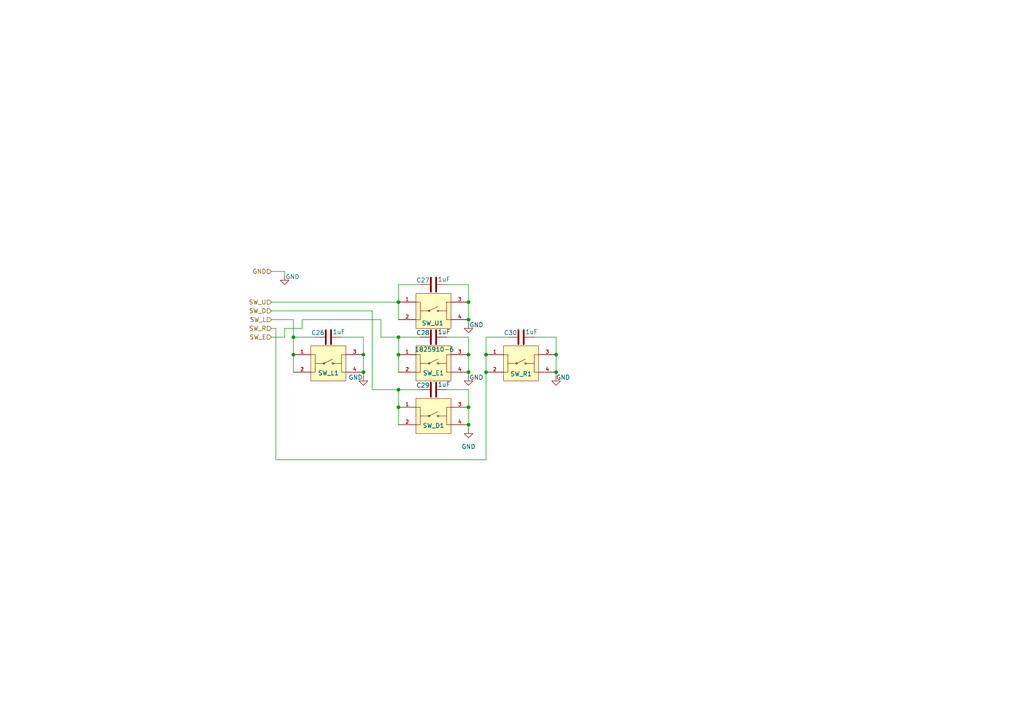
<source format=kicad_sch>
(kicad_sch (version 20250114) (generator "eeschema") (generator_version "9.0")
  (paper "A4")
  (lib_symbols
    (symbol "Device:C" (pin_numbers (hide yes)) (pin_names (offset 0.254))
      (property "Reference" "C" (at 0.635 2.54 0))
      (property "Value" "C" (at 0.635 -2.54 0))
      (symbol "C_0_1"
        (polyline (pts (xy -2.032 0.762) (xy 2.032 0.762)) (stroke (width 0.508)))
        (polyline (pts (xy -2.032 -0.762) (xy 2.032 -0.762)) (stroke (width 0.508)))
      )
      (symbol "C_1_1"
        (pin passive line (at 0 3.81 270) (length 2.794) (name "~") (number "1"))
        (pin passive line (at 0 -3.81 90) (length 2.794) (name "~") (number "2"))
      )
    )
    (symbol "pfornage-kicad-lib:1825910-6" (pin_names (offset 1.016))
      (property "Reference" "SW" (at -5.0897 5.8532 0))
      (property "Value" "1825910-6" (at -5.0883 -7.6325 0))
      (symbol "1825910-6_0_0"
        (rectangle (start -5.08 5.08) (end 5.08 -5.08) (stroke (width 0.127)) (fill (type background)))
        (polyline (pts (xy -5.08 2.54) (xy -3.81 2.54)) (stroke (width 0.127)))
        (polyline (pts (xy -3.81 2.54) (xy -3.81 0)) (stroke (width 0.127)))
        (polyline (pts (xy -3.81 0) (xy -3.81 -2.54)) (stroke (width 0.127)))
        (polyline (pts (xy -3.81 0) (xy -1.27 0)) (stroke (width 0.127)))
        (polyline (pts (xy -3.81 -2.54) (xy -5.08 -2.54)) (stroke (width 0.127)))
        (circle (center -1.27 0) (radius 0.254) (stroke (width 0.127)))
        (polyline (pts (xy -1.27 0) (xy 1.27 1.27)) (stroke (width 0.127)))
        (polyline (pts (xy 1.27 0) (xy 3.81 0)) (stroke (width 0.127)))
        (circle (center 1.27 0) (radius 0.254) (stroke (width 0.127)))
        (polyline (pts (xy 3.81 2.54) (xy 5.08 2.54)) (stroke (width 0.127)))
        (polyline (pts (xy 3.81 0) (xy 3.81 2.54)) (stroke (width 0.127)))
        (polyline (pts (xy 3.81 0) (xy 3.81 -2.54)) (stroke (width 0.127)))
        (polyline (pts (xy 3.81 -2.54) (xy 5.08 -2.54)) (stroke (width 0.127)))
        (pin passive line (at -10.16 2.54 0) (length 5.08) (name "~") (number "1"))
        (pin passive line (at -10.16 -2.54 0) (length 5.08) (name "~") (number "2"))
        (pin passive line (at 10.16 2.54 180) (length 5.08) (name "~") (number "3"))
        (pin passive line (at 10.16 -2.54 180) (length 5.08) (name "~") (number "4"))
      )
    )
    (symbol "power:GND" (power) (pin_numbers (hide yes)) (pin_names (offset 0) (hide yes))
      (property "Value" "GND" (at 0 -3.81 0))
      (symbol "GND_0_1"
        (polyline (pts (xy 0 0) (xy 0 -1.27) (xy 1.27 -1.27) (xy 0 -2.54) (xy -1.27 -1.27) (xy 0 -1.27)))
      )
      (symbol "GND_1_1"
        (pin power_in line (at 0 0 270) (length 0) (name "~") (number "1"))
      )
    )
  )
  (junction (at 135.89 118.11))
  (junction (at 115.57 113.03))
  (junction (at 105.41 107.95))
  (junction (at 135.89 107.95))
  (junction (at 161.29 102.87))
  (junction (at 115.57 102.87))
  (junction (at 115.57 87.63))
  (junction (at 135.89 123.19))
  (junction (at 140.97 107.95))
  (junction (at 135.89 92.71))
  (junction (at 135.89 87.63))
  (junction (at 115.57 118.11))
  (junction (at 85.09 102.87))
  (junction (at 135.89 102.87))
  (junction (at 115.57 97.79))
  (junction (at 85.09 97.79))
  (junction (at 105.41 102.87))
  (junction (at 161.29 107.95))
  (junction (at 140.97 102.87))
  (wire (pts (xy 135.89 82.55) (xy 135.89 87.63)))
  (wire (pts (xy 115.57 82.55) (xy 115.57 87.63)))
  (wire (pts (xy 85.09 92.71) (xy 85.09 97.79)))
  (wire (pts (xy 121.92 97.79) (xy 115.57 97.79)))
  (wire (pts (xy 161.29 107.95) (xy 161.29 109.22)))
  (wire (pts (xy 140.97 133.35) (xy 140.97 107.95)))
  (wire (pts (xy 115.57 97.79) (xy 110.49 97.79)))
  (wire (pts (xy 82.55 97.79) (xy 78.74 97.79)))
  (wire (pts (xy 154.94 97.79) (xy 161.29 97.79)))
  (wire (pts (xy 78.74 87.63) (xy 115.57 87.63)))
  (wire (pts (xy 140.97 97.79) (xy 140.97 102.87)))
  (wire (pts (xy 87.63 95.25) (xy 82.55 95.25)))
  (wire (pts (xy 85.09 102.87) (xy 85.09 107.95)))
  (wire (pts (xy 105.41 102.87) (xy 105.41 107.95)))
  (wire (pts (xy 115.57 118.11) (xy 115.57 123.19)))
  (wire (pts (xy 147.32 97.79) (xy 140.97 97.79)))
  (wire (pts (xy 140.97 102.87) (xy 140.97 107.95)))
  (wire (pts (xy 115.57 97.79) (xy 115.57 102.87)))
  (wire (pts (xy 135.89 118.11) (xy 135.89 123.19)))
  (wire (pts (xy 80.01 133.35) (xy 140.97 133.35)))
  (wire (pts (xy 135.89 97.79) (xy 135.89 102.87)))
  (wire (pts (xy 78.74 78.74) (xy 82.55 78.74)))
  (wire (pts (xy 161.29 102.87) (xy 161.29 107.95)))
  (wire (pts (xy 78.74 95.25) (xy 80.01 95.25)))
  (wire (pts (xy 87.63 92.71) (xy 87.63 95.25)))
  (wire (pts (xy 85.09 97.79) (xy 85.09 102.87)))
  (wire (pts (xy 105.41 97.79) (xy 105.41 102.87)))
  (wire (pts (xy 107.95 113.03) (xy 115.57 113.03)))
  (wire (pts (xy 82.55 78.74) (xy 82.55 80.01)))
  (wire (pts (xy 135.89 107.95) (xy 135.89 109.22)))
  (wire (pts (xy 115.57 102.87) (xy 115.57 107.95)))
  (wire (pts (xy 121.92 82.55) (xy 115.57 82.55)))
  (wire (pts (xy 135.89 102.87) (xy 135.89 107.95)))
  (wire (pts (xy 129.54 82.55) (xy 135.89 82.55)))
  (wire (pts (xy 80.01 95.25) (xy 80.01 133.35)))
  (wire (pts (xy 135.89 87.63) (xy 135.89 92.71)))
  (wire (pts (xy 135.89 92.71) (xy 135.89 93.98)))
  (wire (pts (xy 110.49 97.79) (xy 110.49 92.71)))
  (wire (pts (xy 115.57 87.63) (xy 115.57 92.71)))
  (wire (pts (xy 91.44 97.79) (xy 85.09 97.79)))
  (wire (pts (xy 161.29 97.79) (xy 161.29 102.87)))
  (wire (pts (xy 105.41 107.95) (xy 105.41 109.22)))
  (wire (pts (xy 115.57 113.03) (xy 115.57 118.11)))
  (wire (pts (xy 129.54 113.03) (xy 135.89 113.03)))
  (wire (pts (xy 107.95 90.17) (xy 107.95 113.03)))
  (wire (pts (xy 129.54 97.79) (xy 135.89 97.79)))
  (wire (pts (xy 99.06 97.79) (xy 105.41 97.79)))
  (wire (pts (xy 135.89 123.19) (xy 135.89 124.46)))
  (wire (pts (xy 121.92 113.03) (xy 115.57 113.03)))
  (wire (pts (xy 78.74 90.17) (xy 107.95 90.17)))
  (wire (pts (xy 78.74 92.71) (xy 85.09 92.71)))
  (wire (pts (xy 82.55 95.25) (xy 82.55 97.79)))
  (wire (pts (xy 135.89 113.03) (xy 135.89 118.11)))
  (wire (pts (xy 110.49 92.71) (xy 87.63 92.71)))
  (hierarchical_label "SW_E" (shape input) (at 78.74 97.79 180))
  (hierarchical_label "SW_D" (shape input) (at 78.74 90.17 180))
  (hierarchical_label "SW_L" (shape input) (at 78.74 92.71 180))
  (hierarchical_label "GND" (shape input) (at 78.74 78.74 180))
  (hierarchical_label "SW_R" (shape input) (at 78.74 95.25 180))
  (hierarchical_label "SW_U" (shape input) (at 78.74 87.63 180))
  (symbol (lib_id "Device:C") (at 95.25 97.79 90) (unit 1)
    (property "Reference" "C26" (at 92.202 96.52 90))
    (property "Value" "1uF" (at 98.298 96.266 90))
    (property "Footprint" "Capacitor_SMD:C_0603_1608Metric" (effects (hide yes)))
    (property "Description" "Unpolarized capacitor" (effects (hide yes)))
  )
  (symbol (lib_id "power:GND") (at 82.55 80.01 0) (unit 1)
    (property "Reference" "#PWR044" (effects (hide yes)))
    (property "Value" "GND" (at 84.836 80.264 0))
  )
  (symbol (lib_id "power:GND") (at 135.89 124.46 0) (unit 1)
    (property "Reference" "#PWR048" (effects (hide yes)))
    (property "Value" "GND" (at 135.89 129.54 0))
  )
  (symbol (lib_id "power:GND") (at 135.89 93.98 0) (unit 1)
    (property "Reference" "#PWR046" (effects (hide yes)))
    (property "Value" "GND" (at 138.176 94.234 0))
  )
  (symbol (lib_id "power:GND") (at 135.89 109.22 0) (unit 1)
    (property "Reference" "#PWR047" (effects (hide yes)))
    (property "Value" "GND" (at 138.176 109.474 0))
  )
  (symbol (lib_id "pfornage-kicad-lib:1825910-6") (at 151.13 105.41 0) (unit 1)
    (property "Reference" "SW_R1" (at 151.13 108.458 0))
    (property "Value" "1825910-6" (effects (hide yes)))
    (property "Footprint" "pfornage-kicad-lib:SW_1825910-6-4" (effects (hide yes)))
    (property "PARTREV" "C10" (effects (hide yes)))
    (property "STANDARD" "Manufacturer Recommendations" (effects (hide yes)))
    (property "MANUFACTURER" "TE CONNECTIVITY" (effects (hide yes)))
  )
  (symbol (lib_id "Device:C") (at 125.73 97.79 90) (unit 1)
    (property "Reference" "C28" (at 122.682 96.52 90))
    (property "Value" "1uF" (at 128.778 96.266 90))
    (property "Footprint" "Capacitor_SMD:C_0603_1608Metric" (effects (hide yes)))
    (property "Description" "Unpolarized capacitor" (effects (hide yes)))
  )
  (symbol (lib_id "pfornage-kicad-lib:1825910-6") (at 125.73 120.65 0) (unit 1)
    (property "Reference" "SW_D1" (at 125.73 123.444 0))
    (property "Value" "1825910-6" (effects (hide yes)))
    (property "Footprint" "pfornage-kicad-lib:SW_1825910-6-4" (effects (hide yes)))
    (property "PARTREV" "C10" (effects (hide yes)))
    (property "STANDARD" "Manufacturer Recommendations" (effects (hide yes)))
    (property "MANUFACTURER" "TE CONNECTIVITY" (effects (hide yes)))
  )
  (symbol (lib_id "Device:C") (at 151.13 97.79 90) (unit 1)
    (property "Reference" "C30" (at 148.082 96.52 90))
    (property "Value" "1uF" (at 154.178 96.266 90))
    (property "Footprint" "Capacitor_SMD:C_0603_1608Metric" (effects (hide yes)))
    (property "Description" "Unpolarized capacitor" (effects (hide yes)))
  )
  (symbol (lib_id "Device:C") (at 125.73 82.55 90) (unit 1)
    (property "Reference" "C27" (at 122.682 81.28 90))
    (property "Value" "1uF" (at 128.778 81.026 90))
    (property "Footprint" "Capacitor_SMD:C_0603_1608Metric" (effects (hide yes)))
    (property "Description" "Unpolarized capacitor" (effects (hide yes)))
  )
  (symbol (lib_id "Device:C") (at 125.73 113.03 90) (unit 1)
    (property "Reference" "C29" (at 122.682 111.76 90))
    (property "Value" "1uF" (at 128.778 111.506 90))
    (property "Footprint" "Capacitor_SMD:C_0603_1608Metric" (effects (hide yes)))
    (property "Description" "Unpolarized capacitor" (effects (hide yes)))
  )
  (symbol (lib_id "pfornage-kicad-lib:1825910-6") (at 125.73 105.41 0) (unit 1)
    (property "Reference" "SW_E1" (at 125.73 108.204 0))
    (property "Value" "1825910-6" (at 125.984 101.346 0))
    (property "Footprint" "pfornage-kicad-lib:SW_1825910-6-4" (effects (hide yes)))
    (property "PARTREV" "C10" (effects (hide yes)))
    (property "STANDARD" "Manufacturer Recommendations" (effects (hide yes)))
    (property "MANUFACTURER" "TE CONNECTIVITY" (effects (hide yes)))
  )
  (symbol (lib_id "pfornage-kicad-lib:1825910-6") (at 125.73 90.17 0) (unit 1)
    (property "Reference" "SW_U1" (at 125.476 93.726 0))
    (property "Value" "1825910-6" (effects (hide yes)))
    (property "Footprint" "pfornage-kicad-lib:SW_1825910-6-4" (effects (hide yes)))
    (property "PARTREV" "C10" (effects (hide yes)))
    (property "STANDARD" "Manufacturer Recommendations" (effects (hide yes)))
    (property "MANUFACTURER" "TE CONNECTIVITY" (effects (hide yes)))
  )
  (symbol (lib_id "power:GND") (at 105.41 109.22 0) (unit 1)
    (property "Reference" "#PWR045" (effects (hide yes)))
    (property "Value" "GND" (at 103.124 109.474 0))
  )
  (symbol (lib_id "pfornage-kicad-lib:1825910-6") (at 95.25 105.41 0) (unit 1)
    (property "Reference" "SW_L1" (at 95.25 108.204 0))
    (property "Value" "1825910-6" (effects (hide yes)))
    (property "Footprint" "pfornage-kicad-lib:SW_1825910-6-4" (effects (hide yes)))
    (property "PARTREV" "C10" (effects (hide yes)))
    (property "STANDARD" "Manufacturer Recommendations" (effects (hide yes)))
    (property "MANUFACTURER" "TE CONNECTIVITY" (effects (hide yes)))
  )
  (symbol (lib_id "power:GND") (at 161.29 109.22 0) (unit 1)
    (property "Reference" "#PWR049" (effects (hide yes)))
    (property "Value" "GND" (at 163.322 109.474 0))
  )
)
</source>
